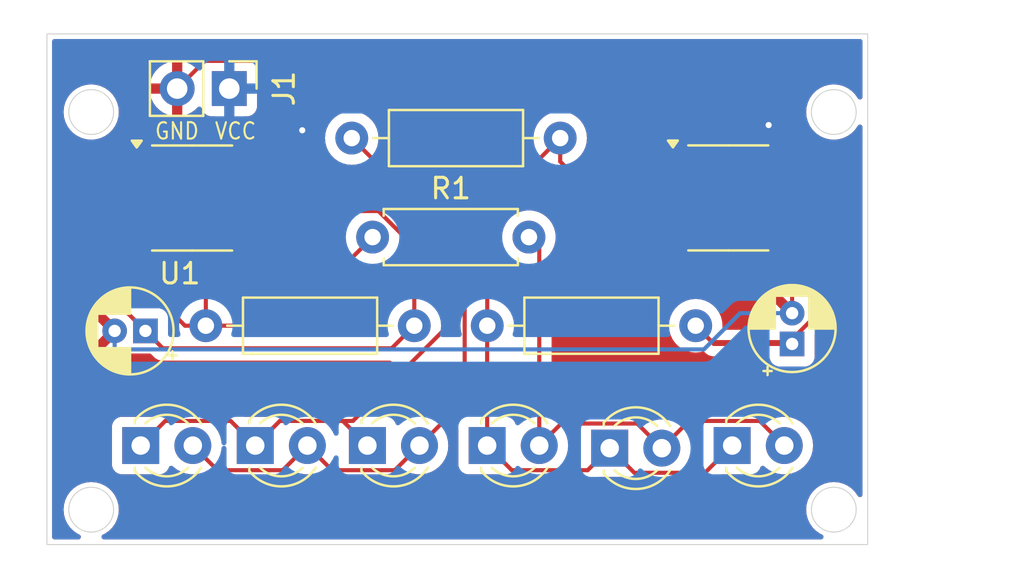
<source format=kicad_pcb>
(kicad_pcb (version 20240108) (generator "pcbnew") (generator_version "8.0")
  (layers (0 "F.Cu" signal) (31 "B.Cu" signal) (35 "F.Paste" user) (36 "B.SilkS" user "B.Silkscreen") (37 "F.SilkS" user "F.Silkscreen") (38 "B.Mask" user) (39 "F.Mask" user) (44 "Edge.Cuts" user))
  (net 0 "")
  (net 1 "+5V")
  (net 2 "/THR_1")
  (net 3 "GND")
  (net 5 "/Q_1")
  (net 7 "/Q_2")
  (net 9 "/THR_2")
  (net 10 "Net-(D1-A)")
  (net 11 "Net-(D4-A)")
  (footprint "Resistor_THT:R_Axial_DIN0207_L6.3mm_D2.5mm_P10.16mm_Horizontal" (layer "F.Cu") (at 138.938 69.723)
    (property "Reference" "R2" (hide yes))
    (property "Value" "1M")
    (fp_line (start 1.04 0) (end 1.81 0) (stroke (width 0.12)) (layer "F.SilkS"))
    (fp_line (start 1.81 -1.37) (end 1.81 1.37) (stroke (width 0.12)) (layer "F.SilkS"))
    (fp_line (start 1.81 1.37) (end 8.35 1.37) (stroke (width 0.12)) (layer "F.SilkS"))
    (fp_line (start 8.35 -1.37) (end 1.81 -1.37) (stroke (width 0.12)) (layer "F.SilkS"))
    (fp_line (start 8.35 1.37) (end 8.35 -1.37) (stroke (width 0.12)) (layer "F.SilkS"))
    (fp_line (start 9.12 0) (end 8.35 0) (stroke (width 0.12)) (layer "F.SilkS"))
    (pad "1" thru_hole circle (at 0 0) (size 1.6 1.6) (drill 0.8) (layers "*.Cu" "*.Mask") (net 5 "/Q_1"))
    (pad "2" thru_hole oval (at 10.16 0) (size 1.6 1.6) (drill 0.8) (layers "*.Cu" "*.Mask") (net 2 "/THR_1"))
  )
  (footprint "LED_THT:LED_D3.0mm" (layer "F.Cu") (at 141.346 75.565)
    (property "Reference" "D5" (hide yes))
    (property "Value" "LED")
    (fp_line (start -0.29 -1.236) (end -0.29 -1.08) (stroke (width 0.12)) (layer "F.SilkS"))
    (fp_line (start -0.29 1.08) (end -0.29 1.236) (stroke (width 0.12)) (layer "F.SilkS"))
    (fp_arc (start -0.29 -1.235516) (mid 1.366487 -1.987659) (end 2.942335 -1.078608) (stroke (width 0.12)) (layer "F.SilkS"))
    (fp_arc (start 0.229039 -1.08) (mid 1.270117 -1.5) (end 2.31113 -1.079837) (stroke (width 0.12)) (layer "F.SilkS"))
    (fp_arc (start 2.31113 1.079837) (mid 1.270117 1.5) (end 0.229039 1.08) (stroke (width 0.12)) (layer "F.SilkS"))
    (fp_arc (start 2.942335 1.078608) (mid 1.366487 1.987659) (end -0.29 1.235516) (stroke (width 0.12)) (layer "F.SilkS"))
    (pad "1" thru_hole rect (at 0 0) (size 1.8 1.8) (drill 0.9) (layers "*.Cu" "*.Mask") (net 5 "/Q_1"))
    (pad "2" thru_hole circle (at 2.54 0) (size 1.8 1.8) (drill 0.9) (layers "*.Cu" "*.Mask") (net 11 "Net-(D4-A)"))
  )
  (footprint "LED_THT:LED_D3.0mm" (layer "F.Cu") (at 152.649 75.565)
    (property "Reference" "D1" (hide yes))
    (property "Value" "LED")
    (fp_line (start -0.29 -1.236) (end -0.29 -1.08) (stroke (width 0.12)) (layer "F.SilkS"))
    (fp_line (start -0.29 1.08) (end -0.29 1.236) (stroke (width 0.12)) (layer "F.SilkS"))
    (fp_arc (start -0.29 -1.235516) (mid 1.366487 -1.987659) (end 2.942335 -1.078608) (stroke (width 0.12)) (layer "F.SilkS"))
    (fp_arc (start 0.229039 -1.08) (mid 1.270117 -1.5) (end 2.31113 -1.079837) (stroke (width 0.12)) (layer "F.SilkS"))
    (fp_arc (start 2.31113 1.079837) (mid 1.270117 1.5) (end 0.229039 1.08) (stroke (width 0.12)) (layer "F.SilkS"))
    (fp_arc (start 2.942335 1.078608) (mid 1.366487 1.987659) (end -0.29 1.235516) (stroke (width 0.12)) (layer "F.SilkS"))
    (pad "1" thru_hole rect (at 0 0) (size 1.8 1.8) (drill 0.9) (layers "*.Cu" "*.Mask") (net 7 "/Q_2"))
    (pad "2" thru_hole circle (at 2.54 0) (size 1.8 1.8) (drill 0.9) (layers "*.Cu" "*.Mask") (net 10 "Net-(D1-A)"))
  )
  (footprint "Package_SO:SOIC-8_3.9x4.9mm_P1.27mm" (layer "F.Cu") (at 138.27 63.5)
    (property "Reference" "U1" (at -0.602 3.683 0) (layer "F.SilkS"))
    (property "Value" "ICM7555xB")
    (fp_line (start 0 -2.56) (end -1.95 -2.56) (stroke (width 0.12)) (layer "F.SilkS"))
    (fp_line (start 0 -2.56) (end 1.95 -2.56) (stroke (width 0.12)) (layer "F.SilkS"))
    (fp_line (start 0 2.56) (end -1.95 2.56) (stroke (width 0.12)) (layer "F.SilkS"))
    (fp_line (start 0 2.56) (end 1.95 2.56) (stroke (width 0.12)) (layer "F.SilkS"))
    (fp_poly (pts (xy -2.7 -2.465) (xy -2.94 -2.795) (xy -2.46 -2.795) (xy -2.7 -2.465)) (stroke (width 0.12)) (fill solid) (layer "F.SilkS"))
    (pad "1" smd roundrect (at -2.475 -1.905) (size 1.95 0.6) (layers "F.Cu" "F.Paste" "F.Mask") (net 3 "GND"))
    (pad "2" smd roundrect (at -2.475 -0.635) (size 1.95 0.6) (layers "F.Cu" "F.Paste" "F.Mask") (net 2 "/THR_1"))
    (pad "3" smd roundrect (at -2.475 0.635) (size 1.95 0.6) (layers "F.Cu" "F.Paste" "F.Mask") (net 5 "/Q_1"))
    (pad "4" smd roundrect (at -2.475 1.905) (size 1.95 0.6) (layers "F.Cu" "F.Paste" "F.Mask") (net 1 "+5V"))
    (pad "5" smd roundrect (at 2.475 1.905) (size 1.95 0.6) (layers "F.Cu" "F.Paste" "F.Mask"))
    (pad "6" smd roundrect (at 2.475 0.635) (size 1.95 0.6) (layers "F.Cu" "F.Paste" "F.Mask") (net 2 "/THR_1"))
    (pad "7" smd roundrect (at 2.475 -0.635) (size 1.95 0.6) (layers "F.Cu" "F.Paste" "F.Mask"))
    (pad "8" smd roundrect (at 2.475 -1.905) (size 1.95 0.6) (layers "F.Cu" "F.Paste" "F.Mask") (net 1 "+5V"))
  )
  (footprint "Connector_PinHeader_2.54mm:PinHeader_1x02_P2.54mm_Vertical" (layer "F.Cu") (at 140.081 58.166 -90)
    (property "Reference" "J1" (at 0 -2.667 90) (layer "F.SilkS"))
    (property "Value" "Conn_01x02_Socket")
    (fp_line (start -1.33 3.87) (end 1.33 3.87) (stroke (width 0.12)) (layer "F.SilkS"))
    (fp_line (start -1.33 1.27) (end -1.33 3.87) (stroke (width 0.12)) (layer "F.SilkS"))
    (fp_line (start -1.33 1.27) (end 1.33 1.27) (stroke (width 0.12)) (layer "F.SilkS"))
    (fp_line (start 1.33 1.27) (end 1.33 3.87) (stroke (width 0.12)) (layer "F.SilkS"))
    (fp_line (start -1.33 0) (end -1.33 -1.33) (stroke (width 0.12)) (layer "F.SilkS"))
    (fp_line (start -1.33 -1.33) (end 0 -1.33) (stroke (width 0.12)) (layer "F.SilkS"))
    (pad "1" thru_hole rect (at 0 0 270) (size 1.7 1.7) (drill 1) (layers "*.Cu" "*.Mask") (net 1 "+5V"))
    (pad "2" thru_hole oval (at 0 2.54 270) (size 1.7 1.7) (drill 1) (layers "*.Cu" "*.Mask") (net 3 "GND"))
  )
  (footprint "LED_THT:LED_D3.0mm" (layer "F.Cu") (at 164.592 75.565)
    (property "Reference" "D3" (hide yes))
    (property "Value" "LED")
    (fp_line (start -0.29 -1.236) (end -0.29 -1.08) (stroke (width 0.12)) (layer "F.SilkS"))
    (fp_line (start -0.29 1.08) (end -0.29 1.236) (stroke (width 0.12)) (layer "F.SilkS"))
    (fp_arc (start -0.29 -1.235516) (mid 1.366487 -1.987659) (end 2.942335 -1.078608) (stroke (width 0.12)) (layer "F.SilkS"))
    (fp_arc (start 0.229039 -1.08) (mid 1.270117 -1.5) (end 2.31113 -1.079837) (stroke (width 0.12)) (layer "F.SilkS"))
    (fp_arc (start 2.31113 1.079837) (mid 1.270117 1.5) (end 0.229039 1.08) (stroke (width 0.12)) (layer "F.SilkS"))
    (fp_arc (start 2.942335 1.078608) (mid 1.366487 1.987659) (end -0.29 1.235516) (stroke (width 0.12)) (layer "F.SilkS"))
    (pad "1" thru_hole rect (at 0 0) (size 1.8 1.8) (drill 0.9) (layers "*.Cu" "*.Mask") (net 7 "/Q_2"))
    (pad "2" thru_hole circle (at 2.54 0) (size 1.8 1.8) (drill 0.9) (layers "*.Cu" "*.Mask") (net 10 "Net-(D1-A)"))
  )
  (footprint "Package_SO:SOIC-8_3.9x4.9mm_P1.27mm" (layer "F.Cu") (at 164.403 63.495)
    (property "Reference" "U2" (hide yes))
    (property "Value" "ICM7555xB")
    (fp_line (start 0 -2.56) (end -1.95 -2.56) (stroke (width 0.12)) (layer "F.SilkS"))
    (fp_line (start 0 -2.56) (end 1.95 -2.56) (stroke (width 0.12)) (layer "F.SilkS"))
    (fp_line (start 0 2.56) (end -1.95 2.56) (stroke (width 0.12)) (layer "F.SilkS"))
    (fp_line (start 0 2.56) (end 1.95 2.56) (stroke (width 0.12)) (layer "F.SilkS"))
    (fp_poly (pts (xy -2.7 -2.465) (xy -2.94 -2.795) (xy -2.46 -2.795) (xy -2.7 -2.465)) (stroke (width 0.12)) (fill solid) (layer "F.SilkS"))
    (pad "1" smd roundrect (at -2.475 -1.905) (size 1.95 0.6) (layers "F.Cu" "F.Paste" "F.Mask") (net 3 "GND"))
    (pad "2" smd roundrect (at -2.475 -0.635) (size 1.95 0.6) (layers "F.Cu" "F.Paste" "F.Mask") (net 9 "/THR_2"))
    (pad "3" smd roundrect (at -2.475 0.635) (size 1.95 0.6) (layers "F.Cu" "F.Paste" "F.Mask") (net 7 "/Q_2"))
    (pad "4" smd roundrect (at -2.475 1.905) (size 1.95 0.6) (layers "F.Cu" "F.Paste" "F.Mask") (net 1 "+5V"))
    (pad "5" smd roundrect (at 2.475 1.905) (size 1.95 0.6) (layers "F.Cu" "F.Paste" "F.Mask"))
    (pad "6" smd roundrect (at 2.475 0.635) (size 1.95 0.6) (layers "F.Cu" "F.Paste" "F.Mask") (net 9 "/THR_2"))
    (pad "7" smd roundrect (at 2.475 -0.635) (size 1.95 0.6) (layers "F.Cu" "F.Paste" "F.Mask"))
    (pad "8" smd roundrect (at 2.475 -1.905) (size 1.95 0.6) (layers "F.Cu" "F.Paste" "F.Mask") (net 1 "+5V"))
  )
  (footprint "Resistor_THT:R_Axial_DIN0207_L6.3mm_D2.5mm_P7.62mm_Horizontal" (layer "F.Cu") (at 147.066 65.405)
    (property "Reference" "R1" (at 3.81 -2.37 0) (layer "F.SilkS"))
    (property "Value" "68R")
    (fp_line (start 0.54 -1.37) (end 7.08 -1.37) (stroke (width 0.12)) (layer "F.SilkS"))
    (fp_line (start 0.54 -1.04) (end 0.54 -1.37) (stroke (width 0.12)) (layer "F.SilkS"))
    (fp_line (start 0.54 1.04) (end 0.54 1.37) (stroke (width 0.12)) (layer "F.SilkS"))
    (fp_line (start 0.54 1.37) (end 7.08 1.37) (stroke (width 0.12)) (layer "F.SilkS"))
    (fp_line (start 7.08 -1.37) (end 7.08 -1.04) (stroke (width 0.12)) (layer "F.SilkS"))
    (fp_line (start 7.08 1.37) (end 7.08 1.04) (stroke (width 0.12)) (layer "F.SilkS"))
    (pad "1" thru_hole circle (at 0 0) (size 1.6 1.6) (drill 0.8) (layers "*.Cu" "*.Mask") (net 5 "/Q_1"))
    (pad "2" thru_hole oval (at 7.62 0) (size 1.6 1.6) (drill 0.8) (layers "*.Cu" "*.Mask") (net 10 "Net-(D1-A)"))
  )
  (footprint "LED_THT:LED_D3.0mm" (layer "F.Cu") (at 135.763 75.565)
    (property "Reference" "D6" (hide yes))
    (property "Value" "LED")
    (fp_line (start -0.29 -1.236) (end -0.29 -1.08) (stroke (width 0.12)) (layer "F.SilkS"))
    (fp_line (start -0.29 1.08) (end -0.29 1.236) (stroke (width 0.12)) (layer "F.SilkS"))
    (fp_arc (start -0.29 -1.235516) (mid 1.366487 -1.987659) (end 2.942335 -1.078608) (stroke (width 0.12)) (layer "F.SilkS"))
    (fp_arc (start 0.229039 -1.08) (mid 1.270117 -1.5) (end 2.31113 -1.079837) (stroke (width 0.12)) (layer "F.SilkS"))
    (fp_arc (start 2.31113 1.079837) (mid 1.270117 1.5) (end 0.229039 1.08) (stroke (width 0.12)) (layer "F.SilkS"))
    (fp_arc (start 2.942335 1.078608) (mid 1.366487 1.987659) (end -0.29 1.235516) (stroke (width 0.12)) (layer "F.SilkS"))
    (pad "1" thru_hole rect (at 0 0) (size 1.8 1.8) (drill 0.9) (layers "*.Cu" "*.Mask") (net 5 "/Q_1"))
    (pad "2" thru_hole circle (at 2.54 0) (size 1.8 1.8) (drill 0.9) (layers "*.Cu" "*.Mask") (net 11 "Net-(D4-A)"))
  )
  (footprint "Capacitor_THT:CP_Radial_D4.0mm_P1.50mm" (layer "F.Cu") (at 167.513 70.612 90)
    (property "Reference" "C2" (hide yes))
    (property "Value" "1u")
    (fp_line (start 0.79 -2.08) (end 0.79 -0.84) (stroke (width 0.12)) (layer "F.SilkS"))
    (fp_line (start 0.75 -2.08) (end 0.75 -0.84) (stroke (width 0.12)) (layer "F.SilkS"))
    (fp_line (start 0.83 -2.079) (end 0.83 -0.84) (stroke (width 0.12)) (layer "F.SilkS"))
    (fp_line (start 0.87 -2.077) (end 0.87 -0.84) (stroke (width 0.12)) (layer "F.SilkS"))
    (fp_line (start 0.91 -2.074) (end 0.91 -0.84) (stroke (width 0.12)) (layer "F.SilkS"))
    (fp_line (start 0.95 -2.071) (end 0.95 -0.84) (stroke (width 0.12)) (layer "F.SilkS"))
    (fp_line (start 0.99 -2.067) (end 0.99 -0.84) (stroke (width 0.12)) (layer "F.SilkS"))
    (fp_line (start 1.03 -2.062) (end 1.03 -0.84) (stroke (width 0.12)) (layer "F.SilkS"))
    (fp_line (start 1.07 -2.056) (end 1.07 -0.84) (stroke (width 0.12)) (layer "F.SilkS"))
    (fp_line (start 1.11 -2.05) (end 1.11 -0.84) (stroke (width 0.12)) (layer "F.SilkS"))
    (fp_line (start 1.15 -2.042) (end 1.15 -0.84) (stroke (width 0.12)) (layer "F.SilkS"))
    (fp_line (start 1.19 -2.034) (end 1.19 -0.84) (stroke (width 0.12)) (layer "F.SilkS"))
    (fp_line (start 1.23 -2.025) (end 1.23 -0.84) (stroke (width 0.12)) (layer "F.SilkS"))
    (fp_line (start 1.27 -2.016) (end 1.27 -0.84) (stroke (width 0.12)) (layer "F.SilkS"))
    (fp_line (start 1.31 -2.005) (end 1.31 -0.84) (stroke (width 0.12)) (layer "F.SilkS"))
    (fp_line (start 1.35 -1.994) (end 1.35 -0.84) (stroke (width 0.12)) (layer "F.SilkS"))
    (fp_line (start 1.39 -1.982) (end 1.39 -0.84) (stroke (width 0.12)) (layer "F.SilkS"))
    (fp_line (start 1.43 -1.968) (end 1.43 -0.84) (stroke (width 0.12)) (layer "F.SilkS"))
    (fp_line (start 1.471 -1.954) (end 1.471 -0.84) (stroke (width 0.12)) (layer "F.SilkS"))
    (fp_line (start 1.511 -1.94) (end 1.511 -0.84) (stroke (width 0.12)) (layer "F.SilkS"))
    (fp_line (start 1.551 -1.924) (end 1.551 -0.84) (stroke (width 0.12)) (layer "F.SilkS"))
    (fp_line (start 1.591 -1.907) (end 1.591 -0.84) (stroke (width 0.12)) (layer "F.SilkS"))
    (fp_line (start 1.631 -1.889) (end 1.631 -0.84) (stroke (width 0.12)) (layer "F.SilkS"))
    (fp_line (start 1.671 -1.87) (end 1.671 -0.84) (stroke (width 0.12)) (layer "F.SilkS"))
    (fp_line (start 1.711 -1.851) (end 1.711 -0.84) (stroke (width 0.12)) (layer "F.SilkS"))
    (fp_line (start 1.751 -1.83) (end 1.751 -0.84) (stroke (width 0.12)) (layer "F.SilkS"))
    (fp_line (start 1.791 -1.808) (end 1.791 -0.84) (stroke (width 0.12)) (layer "F.SilkS"))
    (fp_line (start 1.831 -1.785) (end 1.831 -0.84) (stroke (width 0.12)) (layer "F.SilkS"))
    (fp_line (start 1.871 -1.76) (end 1.871 -0.84) (stroke (width 0.12)) (layer "F.SilkS"))
    (fp_line (start 1.911 -1.735) (end 1.911 -0.84) (stroke (width 0.12)) (layer "F.SilkS"))
    (fp_line (start 1.951 -1.708) (end 1.951 -0.84) (stroke (width 0.12)) (layer "F.SilkS"))
    (fp_line (start 1.991 -1.68) (end 1.991 -0.84) (stroke (width 0.12)) (layer "F.SilkS"))
    (fp_line (start 2.031 -1.65) (end 2.031 -0.84) (stroke (width 0.12)) (layer "F.SilkS"))
    (fp_line (start 2.071 -1.619) (end 2.071 -0.84) (stroke (width 0.12)) (layer "F.SilkS"))
    (fp_line (start 2.111 -1.587) (end 2.111 -0.84) (stroke (width 0.12)) (layer "F.SilkS"))
    (fp_line (start 2.151 -1.552) (end 2.151 -0.84) (stroke (width 0.12)) (layer "F.SilkS"))
    (fp_line (start 2.191 -1.516) (end 2.191 -0.84) (stroke (width 0.12)) (layer "F.SilkS"))
    (fp_line (start 2.231 -1.478) (end 2.231 -0.84) (stroke (width 0.12)) (layer "F.SilkS"))
    (fp_line (start 2.271 -1.438) (end 2.271 -0.84) (stroke (width 0.12)) (layer "F.SilkS"))
    (fp_line (start 2.311 -1.396) (end 2.311 -0.84) (stroke (width 0.12)) (layer "F.SilkS"))
    (fp_line (start -1.319801 -1.395) (end -1.319801 -0.995) (stroke (width 0.12)) (layer "F.SilkS"))
    (fp_line (start 2.351 -1.351) (end 2.351 1.351) (stroke (width 0.12)) (layer "F.SilkS"))
    (fp_line (start 2.391 -1.304) (end 2.391 1.304) (stroke (width 0.12)) (layer "F.SilkS"))
    (fp_line (start 2.431 -1.254) (end 2.431 1.254) (stroke (width 0.12)) (layer "F.SilkS"))
    (fp_line (start 2.471 -1.2) (end 2.471 1.2) (stroke (width 0.12)) (layer "F.SilkS"))
    (fp_line (start -1.519801 -1.195) (end -1.119801 -1.195) (stroke (width 0.12)) (layer "F.SilkS"))
    (fp_line (start 2.511 -1.142) (end 2.511 1.142) (stroke (width 0.12)) (layer "F.SilkS"))
    (fp_line (start 2.551 -1.08) (end 2.551 1.08) (stroke (width 0.12)) (layer "F.SilkS"))
    (fp_line (start 2.591 -1.013) (end 2.591 1.013) (stroke (width 0.12)) (layer "F.SilkS"))
    (fp_line (start 2.631 -0.94) (end 2.631 0.94) (stroke (width 0.12)) (layer "F.SilkS"))
    (fp_line (start 2.671 -0.859) (end 2.671 0.859) (stroke (width 0.12)) (layer "F.SilkS"))
    (fp_line (start 2.711 -0.768) (end 2.711 0.768) (stroke (width 0.12)) (layer "F.SilkS"))
    (fp_line (start 2.751 -0.664) (end 2.751 0.664) (stroke (width 0.12)) (layer "F.SilkS"))
    (fp_line (start 2.791 -0.537) (end 2.791 0.537) (stroke (width 0.12)) (layer "F.SilkS"))
    (fp_line (start 2.831 -0.37) (end 2.831 0.37) (stroke (width 0.12)) (layer "F.SilkS"))
    (fp_line (start 2.311 0.84) (end 2.311 1.396) (stroke (width 0.12)) (layer "F.SilkS"))
    (fp_line (start 2.271 0.84) (end 2.271 1.438) (stroke (width 0.12)) (layer "F.SilkS"))
    (fp_line (start 2.231 0.84) (end 2.231 1.478) (stroke (width 0.12)) (layer "F.SilkS"))
    (fp_line (start 2.191 0.84) (end 2.191 1.516) (stroke (width 0.12)) (layer "F.SilkS"))
    (fp_line (start 2.151 0.84) (end 2.151 1.552) (stroke (width 0.12)) (layer "F.SilkS"))
    (fp_line (start 2.111 0.84) (end 2.111 1.587) (stroke (width 0.12)) (layer "F.SilkS"))
    (fp_line (start 2.071 0.84) (end 2.071 1.619) (stroke (width 0.12)) (layer "F.SilkS"))
    (fp_line (start 2.031 0.84) (end 2.031 1.65) (stroke (width 0.12)) (layer "F.SilkS"))
    (fp_line (start 1.991 0.84) (end 1.991 1.68) (stroke (width 0.12)) (layer "F.SilkS"))
    (fp_line (start 1.951 0.84) (end 1.951 1.708) (stroke (width 0.12)) (layer "F.SilkS"))
    (fp_line (start 1.911 0.84) (end 1.911 1.735) (stroke (width 0.12)) (layer "F.SilkS"))
    (fp_line (start 1.871 0.84) (end 1.871 1.76) (stroke (width 0.12)) (layer "F.SilkS"))
    (fp_line (start 1.831 0.84) (end 1.831 1.785) (stroke (width 0.12)) (layer "F.SilkS"))
    (fp_line (start 1.791 0.84) (end 1.791 1.808) (stroke (width 0.12)) (layer "F.SilkS"))
    (fp_line (start 1.751 0.84) (end 1.751 1.83) (stroke (width 0.12)) (layer "F.SilkS"))
    (fp_line (start 1.711 0.84) (end 1.711 1.851) (stroke (width 0.12)) (layer "F.SilkS"))
    (fp_line (start 1.671 0.84) (end 1.671 1.87) (stroke (width 0.12)) (layer "F.SilkS"))
    (fp_line (start 1.631 0.84) (end 1.631 1.889) (stroke (width 0.12)) (layer "F.SilkS"))
    (fp_line (start 1.591 0.84) (end 1.591 1.907) (stroke (width 0.12)) (layer "F.SilkS"))
    (fp_line (start 1.551 0.84) (end 1.551 1.924) (stroke (width 0.12)) (layer "F.SilkS"))
    (fp_line (start 1.511 0.84) (end 1.511 1.94) (stroke (width 0.12)) (layer "F.SilkS"))
    (fp_line (start 1.471 0.84) (end 1.471 1.954) (stroke (width 0.12)) (layer "F.SilkS"))
    (fp_line (start 1.43 0.84) (end 1.43 1.968) (stroke (width 0.12)) (layer "F.SilkS"))
    (fp_line (start 1.39 0.84) (end 1.39 1.982) (stroke (width 0.12)) (layer "F.SilkS"))
    (fp_line (start 1.35 0.84) (end 1.35 1.994) (stroke (width 0.12)) (layer "F.SilkS"))
    (fp_line (start 1.31 0.84) (end 1.31 2.005) (stroke (width 0.12)) (layer "F.SilkS"))
    (fp_line (start 1.27 0.84) (end 1.27 2.016) (stroke (width 0.12)) (layer "F.SilkS"))
    (fp_line (start 1.23 0.84) (end 1.23 2.025) (stroke (width 0.12)) (layer "F.SilkS"))
    (fp_line (start 1.19 0.84) (end 1.19 2.034) (stroke (width 0.12)) (layer "F.SilkS"))
    (fp_line (start 1.15 0.84) (end 1.15 2.042) (stroke (width 0.12)) (layer "F.SilkS"))
    (fp_line (start 1.11 0.84) (end 1.11 2.05) (stroke (width 0.12)) (layer "F.SilkS"))
    (fp_line (start 1.07 0.84) (end 1.07 2.056) (stroke (width 0.12)) (layer "F.SilkS"))
    (fp_line (start 1.03 0.84) (end 1.03 2.062) (stroke (width 0.12)) (layer "F.SilkS"))
    (fp_line (start 0.99 0.84) (end 0.99 2.067) (stroke (width 0.12)) (layer "F.SilkS"))
    (fp_line (start 0.95 0.84) (end 0.95 2.071) (stroke (width 0.12)) (layer "F.SilkS"))
    (fp_line (start 0.91 0.84) (end 0.91 2.074) (stroke (width 0.12)) (layer "F.SilkS"))
    (fp_line (start 0.87 0.84) (end 0.87 2.077) (stroke (width 0.12)) (layer "F.SilkS"))
    (fp_line (start 0.83 0.84) (end 0.83 2.079) (stroke (width 0.12)) (layer "F.SilkS"))
    (fp_line (start 0.79 0.84) (end 0.79 2.08) (stroke (width 0.12)) (layer "F.SilkS"))
    (fp_line (start 0.75 0.84) (end 0.75 2.08) (stroke (width 0.12)) (layer "F.SilkS"))
    (fp_circle (center 0.75 0) (end 2.87 0) (stroke (width 0.12)) (fill none) (layer "F.SilkS"))
    (pad "1" thru_hole rect (at 0 0 90) (size 1.2 1.2) (drill 0.6) (layers "*.Cu" "*.Mask") (net 9 "/THR_2"))
    (pad "2" thru_hole circle (at 1.5 0 90) (size 1.2 1.2) (drill 0.6) (layers "*.Cu" "*.Mask") (net 3 "GND"))
  )
  (footprint "Resistor_THT:R_Axial_DIN0207_L6.3mm_D2.5mm_P10.16mm_Horizontal" (layer "F.Cu") (at 152.654 69.723)
    (property "Reference" "R4" (hide yes))
    (property "Value" "1M")
    (fp_line (start 1.04 0) (end 1.81 0) (stroke (width 0.12)) (layer "F.SilkS"))
    (fp_line (start 1.81 -1.37) (end 1.81 1.37) (stroke (width 0.12)) (layer "F.SilkS"))
    (fp_line (start 1.81 1.37) (end 8.35 1.37) (stroke (width 0.12)) (layer "F.SilkS"))
    (fp_line (start 8.35 -1.37) (end 1.81 -1.37) (stroke (width 0.12)) (layer "F.SilkS"))
    (fp_line (start 8.35 1.37) (end 8.35 -1.37) (stroke (width 0.12)) (layer "F.SilkS"))
    (fp_line (start 9.12 0) (end 8.35 0) (stroke (width 0.12)) (layer "F.SilkS"))
    (pad "1" thru_hole circle (at 0 0) (size 1.6 1.6) (drill 0.8) (layers "*.Cu" "*.Mask") (net 7 "/Q_2"))
    (pad "2" thru_hole oval (at 10.16 0) (size 1.6 1.6) (drill 0.8) (layers "*.Cu" "*.Mask") (net 9 "/THR_2"))
  )
  (footprint "LED_THT:LED_D3.0mm" (layer "F.Cu") (at 146.812 75.565)
    (property "Reference" "D4" (hide yes))
    (property "Value" "LED")
    (fp_line (start -0.29 -1.236) (end -0.29 -1.08) (stroke (width 0.12)) (layer "F.SilkS"))
    (fp_line (start -0.29 1.08) (end -0.29 1.236) (stroke (width 0.12)) (layer "F.SilkS"))
    (fp_arc (start -0.29 -1.235516) (mid 1.366487 -1.987659) (end 2.942335 -1.078608) (stroke (width 0.12)) (layer "F.SilkS"))
    (fp_arc (start 0.229039 -1.08) (mid 1.270117 -1.5) (end 2.31113 -1.079837) (stroke (width 0.12)) (layer "F.SilkS"))
    (fp_arc (start 2.31113 1.079837) (mid 1.270117 1.5) (end 0.229039 1.08) (stroke (width 0.12)) (layer "F.SilkS"))
    (fp_arc (start 2.942335 1.078608) (mid 1.366487 1.987659) (end -0.29 1.235516) (stroke (width 0.12)) (layer "F.SilkS"))
    (pad "1" thru_hole rect (at 0 0) (size 1.8 1.8) (drill 0.9) (layers "*.Cu" "*.Mask") (net 5 "/Q_1"))
    (pad "2" thru_hole circle (at 2.54 0) (size 1.8 1.8) (drill 0.9) (layers "*.Cu" "*.Mask") (net 11 "Net-(D4-A)"))
  )
  (footprint "Resistor_THT:R_Axial_DIN0207_L6.3mm_D2.5mm_P10.16mm_Horizontal" (layer "F.Cu") (at 146.05 60.579)
    (property "Reference" "R3" (hide yes))
    (property "Value" "68R")
    (fp_line (start 1.04 0) (end 1.81 0) (stroke (width 0.12)) (layer "F.SilkS"))
    (fp_line (start 1.81 -1.37) (end 1.81 1.37) (stroke (width 0.12)) (layer "F.SilkS"))
    (fp_line (start 1.81 1.37) (end 8.35 1.37) (stroke (width 0.12)) (layer "F.SilkS"))
    (fp_line (start 8.35 -1.37) (end 1.81 -1.37) (stroke (width 0.12)) (layer "F.SilkS"))
    (fp_line (start 8.35 1.37) (end 8.35 -1.37) (stroke (width 0.12)) (layer "F.SilkS"))
    (fp_line (start 9.12 0) (end 8.35 0) (stroke (width 0.12)) (layer "F.SilkS"))
    (pad "1" thru_hole circle (at 0 0) (size 1.6 1.6) (drill 0.8) (layers "*.Cu" "*.Mask") (net 11 "Net-(D4-A)"))
    (pad "2" thru_hole oval (at 10.16 0) (size 1.6 1.6) (drill 0.8) (layers "*.Cu" "*.Mask") (net 7 "/Q_2"))
  )
  (footprint "Capacitor_THT:CP_Radial_D4.0mm_P1.50mm" (layer "F.Cu") (at 135.993 69.977 180)
    (property "Reference" "C1" (hide yes))
    (property "Value" "1u")
    (fp_line (start 2.831 -0.37) (end 2.831 0.37) (stroke (width 0.12)) (layer "F.SilkS"))
    (fp_line (start 2.791 -0.537) (end 2.791 0.537) (stroke (width 0.12)) (layer "F.SilkS"))
    (fp_line (start 2.751 -0.664) (end 2.751 0.664) (stroke (width 0.12)) (layer "F.SilkS"))
    (fp_line (start 2.711 -0.768) (end 2.711 0.768) (stroke (width 0.12)) (layer "F.SilkS"))
    (fp_line (start 2.671 -0.859) (end 2.671 0.859) (stroke (width 0.12)) (layer "F.SilkS"))
    (fp_line (start 2.631 -0.94) (end 2.631 0.94) (stroke (width 0.12)) (layer "F.SilkS"))
    (fp_line (start 2.591 -1.013) (end 2.591 1.013) (stroke (width 0.12)) (layer "F.SilkS"))
    (fp_line (start 2.551 -1.08) (end 2.551 1.08) (stroke (width 0.12)) (layer "F.SilkS"))
    (fp_line (start 2.511 -1.142) (end 2.511 1.142) (stroke (width 0.12)) (layer "F.SilkS"))
    (fp_line (start 2.471 -1.2) (end 2.471 1.2) (stroke (width 0.12)) (layer "F.SilkS"))
    (fp_line (start 2.431 -1.254) (end 2.431 1.254) (stroke (width 0.12)) (layer "F.SilkS"))
    (fp_line (start 2.391 -1.304) (end 2.391 1.304) (stroke (width 0.12)) (layer "F.SilkS"))
    (fp_line (start 2.351 -1.351) (end 2.351 1.351) (stroke (width 0.12)) (layer "F.SilkS"))
    (fp_line (start 2.311 0.84) (end 2.311 1.396) (stroke (width 0.12)) (layer "F.SilkS"))
    (fp_line (start 2.311 -1.396) (end 2.311 -0.84) (stroke (width 0.12)) (layer "F.SilkS"))
    (fp_line (start 2.271 0.84) (end 2.271 1.438) (stroke (width 0.12)) (layer "F.SilkS"))
    (fp_line (start 2.271 -1.438) (end 2.271 -0.84) (stroke (width 0.12)) (layer "F.SilkS"))
    (fp_line (start 2.231 0.84) (end 2.231 1.478) (stroke (width 0.12)) (layer "F.SilkS"))
    (fp_line (start 2.231 -1.478) (end 2.231 -0.84) (stroke (width 0.12)) (layer "F.SilkS"))
    (fp_line (start 2.191 0.84) (end 2.191 1.516) (stroke (width 0.12)) (layer "F.SilkS"))
    (fp_line (start 2.191 -1.516) (end 2.191 -0.84) (stroke (width 0.12)) (layer "F.SilkS"))
    (fp_line (start 2.151 0.84) (end 2.151 1.552) (stroke (width 0.12)) (layer "F.SilkS"))
    (fp_line (start 2.151 -1.552) (end 2.151 -0.84) (stroke (width 0.12)) (layer "F.SilkS"))
    (fp_line (start 2.111 0.84) (end 2.111 1.587) (stroke (width 0.12)) (layer "F.SilkS"))
    (fp_line (start 2.111 -1.587) (end 2.111 -0.84) (stroke (width 0.12)) (layer "F.SilkS"))
    (fp_line (start 2.071 0.84) (end 2.071 1.619) (stroke (width 0.12)) (layer "F.SilkS"))
    (fp_line (start 2.071 -1.619) (end 2.071 -0.84) (stroke (width 0.12)) (layer "F.SilkS"))
    (fp_line (start 2.031 0.84) (end 2.031 1.65) (stroke (width 0.12)) (layer "F.SilkS"))
    (fp_line (start 2.031 -1.65) (end 2.031 -0.84) (stroke (width 0.12)) (layer "F.SilkS"))
    (fp_line (start 1.991 0.84) (end 1.991 1.68) (stroke (width 0.12)) (layer "F.SilkS"))
    (fp_line (start 1.991 -1.68) (end 1.991 -0.84) (stroke (width 0.12)) (layer "F.SilkS"))
    (fp_line (start 1.951 0.84) (end 1.951 1.708) (stroke (width 0.12)) (layer "F.SilkS"))
    (fp_line (start 1.951 -1.708) (end 1.951 -0.84) (stroke (width 0.12)) (layer "F.SilkS"))
    (fp_line (start 1.911 0.84) (end 1.911 1.735) (stroke (width 0.12)) (layer "F.SilkS"))
    (fp_line (start 1.911 -1.735) (end 1.911 -0.84) (stroke (width 0.12)) (layer "F.SilkS"))
    (fp_line (start 1.871 0.84) (end 1.871 1.76) (stroke (width 0.12)) (layer "F.SilkS"))
    (fp_line (start 1.871 -1.76) (end 1.871 -0.84) (stroke (width 0.12)) (layer "F.SilkS"))
    (fp_line (start 1.831 0.84) (end 1.831 1.785) (stroke (width 0.12)) (layer "F.SilkS"))
    (fp_line (start 1.831 -1.785) (end 1.831 -0.84) (stroke (width 0.12)) (layer "F.SilkS"))
    (fp_line (start 1.791 0.84) (end 1.791 1.808) (stroke (width 0.12)) (layer "F.SilkS"))
    (fp_line (start 1.791 -1.808) (end 1.791 -0.84) (stroke (width 0.12)) (layer "F.SilkS"))
    (fp_line (start 1.751 0.84) (end 1.751 1.83) (stroke (width 0.12)) (layer "F.SilkS"))
    (fp_line (start 1.751 -1.83) (end 1.751 -0.84) (stroke (width 0.12)) (layer "F.SilkS"))
    (fp_line (start 1.711 0.84) (end 1.711 1.851) (stroke (width 0.12)) (layer "F.SilkS"))
    (fp_line (start 1.711 -1.851) (end 1.711 -0.84) (stroke (width 0.12)) (layer "F.SilkS"))
    (fp_line (start 1.671 0.84) (end 1.671 1.87) (stroke (width 0.12)) (layer "F.SilkS"))
    (fp_line (start 1.671 -1.87) (end 1.671 -0.84) (stroke (width 0.12)) (layer "F.SilkS"))
    (fp_line (start 1.631 0.84) (end 1.631 1.889) (stroke (width 0.12)) (layer "F.SilkS"))
    (fp_line (start 1.631 -1.889) (end 1.631 -0.84) (stroke (width 0.12)) (layer "F.SilkS"))
    (fp_line (start 1.591 0.84) (end 1.591 1.907) (stroke (width 0.12)) (layer "F.SilkS"))
    (fp_line (start 1.591 -1.907) (end 1.591 -0.84) (stroke (width 0.12)) (layer "F.SilkS"))
    (fp_line (start 1.551 0.84) (end 1.551 1.924) (stroke (width 0.12)) (layer "F.SilkS"))
    (fp_line (start 1.551 -1.924) (end 1.551 -0.84) (stroke (width 0.12)) (layer "F.SilkS"))
    (fp_line (start 1.511 0.84) (end 1.511 1.94) (stroke (width 0.12)) (layer "F.SilkS"))
    (fp_line (start 1.511 -1.94) (end 1.511 -0.84) (stroke (width 0.12)) (layer "F.SilkS"))
    (fp_line (start 1.471 0.84) (end 1.471 1.954) (stroke (width 0.12)) (layer "F.SilkS"))
    (fp_line (start 1.471 -1.954) (end 1.471 -0.84) (stroke (width 0.12)) (layer "F.SilkS"))
    (fp_line (start 1.43 0.84) (end 1.43 1.968) (stroke (width 0.12)) (layer "F.SilkS"))
    (fp_line (start 1.43 -1.968) (end 1.43 -0.84) (stroke (width 0.12)) (layer "F.SilkS"))
    (fp_line (start 1.39 0.84) (end 1.39 1.982) (stroke (width 0.12)) (layer "F.SilkS"))
    (fp_line (start 1.39 -1.982) (end 1.39 -0.84) (stroke (width 0.12)) (layer "F.SilkS"))
    (fp_line (start 1.35 0.84) (end 1.35 1.994) (stroke (width 0.12)) (layer "F.SilkS"))
    (fp_line (start 1.35 -1.994) (end 1.35 -0.84) (stroke (width 0.12)) (layer "F.SilkS"))
    (fp_line (start 1.31 0.84) (end 1.31 2.005) (stroke (width 0.12)) (layer "F.SilkS"))
    (fp_line (start 1.31 -2.005) (end 1.31 -0.84) (stroke (width 0.12)) (layer "F.SilkS"))
    (fp_line (start 1.27 0.84) (end 1.27 2.016) (stroke (width 0.12)) (layer "F.SilkS"))
    (fp_line (start 1.27 -2.016) (end 1.27 -0.84) (stroke (width 0.12)) (layer "F.SilkS"))
    (fp_line (start 1.23 0.84) (end 1.23 2.025) (stroke (width 0.12)) (layer "F.SilkS"))
    (fp_line (start 1.23 -2.025) (end 1.23 -0.84) (stroke (width 0.12)) (layer "F.SilkS"))
    (fp_line (start 1.19 0.84) (end 1.19 2.034) (stroke (width 0.12)) (layer "F.SilkS"))
    (fp_line (start 1.19 -2.034) (end 1.19 -0.84) (stroke (width 0.12)) (layer "F.SilkS"))
    (fp_line (start 1.15 0.84) (end 1.15 2.042) (stroke (width 0.12)) (layer "F.SilkS"))
    (fp_line (start 1.15 -2.042) (end 1.15 -0.84) (stroke (width 0.12)) (layer "F.SilkS"))
    (fp_line (start 1.11 0.84) (end 1.11 2.05) (stroke (width 0.12)) (layer "F.SilkS"))
    (fp_line (start 1.11 -2.05) (end 1.11 -0.84) (stroke (width 0.12)) (layer "F.SilkS"))
    (fp_line (start 1.07 0.84) (end 1.07 2.056) (stroke (width 0.12)) (layer "F.SilkS"))
    (fp_line (start 1.07 -2.056) (end 1.07 -0.84) (stroke (width 0.12)) (layer "F.SilkS"))
    (fp_line (start 1.03 0.84) (end 1.03 2.062) (stroke (width 0.12)) (layer "F.SilkS"))
    (fp_line (start 1.03 -2.062) (end 1.03 -0.84) (stroke (width 0.12)) (layer "F.SilkS"))
    (fp_line (start 0.99 0.84) (end 0.99 2.067) (stroke (width 0.12)) (layer "F.SilkS"))
    (fp_line (start 0.99 -2.067) (end 0.99 -0.84) (stroke (width 0.12)) (layer "F.SilkS"))
    (fp_line (start 0.95 0.84) (end 0.95 2.071) (stroke (width 0.12)) (layer "F.SilkS"))
    (fp_line (start 0.95 -2.071) (end 0.95 -0.84) (stroke (width 0.12)) (layer "F.SilkS"))
    (fp_line (start 0.91 0.84) (end 0.91 2.074) (stroke (width 0.12)) (layer "F.SilkS"))
    (fp_line (start 0.91 -2.074) (end 0.91 -0.84) (stroke (width 0.12)) (layer "F.SilkS"))
    (fp_line (start 0.87 0.84) (end 0.87 2.077) (stroke (width 0.12)) (layer "F.SilkS"))
    (fp_line (start 0.87 -2.077) (end 0.87 -0.84) (stroke (width 0.12)) (layer "F.SilkS"))
    (fp_line (start 0.83 0.84) (end 0.83 2.079) (stroke (width 0.12)) (layer "F.SilkS"))
    (fp_line (start 0.83 -2.079) (end 0.83 -0.84) (stroke (width 0.12)) (layer "F.SilkS"))
    (fp_line (start 0.79 0.84) (end 0.79 2.08) (stroke (width 0.12)) (layer "F.SilkS"))
    (fp_line (start 0.79 -2.08) (end 0.79 -0.84) (stroke (width 0.12)) (layer "F.SilkS"))
    (fp_line (start 0.75 0.84) (end 0.75 2.08) (stroke (width 0.12)) (layer "F.SilkS"))
    (fp_line (start 0.75 -2.08) (end 0.75 -0.84) (stroke (width 0.12)) (layer "F.SilkS"))
    (fp_line (start -1.319801 -1.395) (end -1.319801 -0.995) (stroke (width 0.12)) (layer "F.SilkS"))
    (fp_line (start -1.519801 -1.195) (end -1.119801 -1.195) (stroke (width 0.12)) (layer "F.SilkS"))
    (fp_circle (center 0.75 0) (end 2.87 0) (stroke (width 0.12)) (fill none) (layer "F.SilkS"))
    (pad "1" thru_hole rect (at 0 0 180) (size 1.2 1.2) (drill 0.6) (layers "*.Cu" "*.Mask") (net 2 "/THR_1"))
    (pad "2" thru_hole circle (at 1.5 0 180) (size 1.2 1.2) (drill 0.6) (layers "*.Cu" "*.Mask") (net 3 "GND"))
  )
  (footprint "LED_THT:LED_D3.0mm" (layer "F.Cu") (at 158.623 75.692)
    (property "Reference" "D2" (hide yes))
    (property "Value" "LED")
    (fp_line (start -0.29 -1.236) (end -0.29 -1.08) (stroke (width 0.12)) (layer "F.SilkS"))
    (fp_line (start -0.29 1.08) (end -0.29 1.236) (stroke (width 0.12)) (layer "F.SilkS"))
    (fp_arc (start -0.29 -1.235516) (mid 1.366487 -1.987659) (end 2.942335 -1.078608) (stroke (width 0.12)) (layer "F.SilkS"))
    (fp_arc (start 0.229039 -1.08) (mid 1.270117 -1.5) (end 2.31113 -1.079837) (stroke (width 0.12)) (layer "F.SilkS"))
    (fp_arc (start 2.31113 1.079837) (mid 1.270117 1.5) (end 0.229039 1.08) (stroke (width 0.12)) (layer "F.SilkS"))
    (fp_arc (start 2.942335 1.078608) (mid 1.366487 1.987659) (end -0.29 1.235516) (stroke (width 0.12)) (layer "F.SilkS"))
    (pad "1" thru_hole rect (at 0 0) (size 1.8 1.8) (drill 0.9) (layers "*.Cu" "*.Mask") (net 7 "/Q_2"))
    (pad "2" thru_hole circle (at 2.54 0) (size 1.8 1.8) (drill 0.9) (layers "*.Cu" "*.Mask") (net 10 "Net-(D1-A)"))
  )
  (gr_circle (center 169.545 59.309) (end 168.91 58.42) (stroke (width 0.05)) (fill none) (layer "Edge.Cuts"))
  (gr_rect (start 131.191 55.499) (end 171.196 80.391) (stroke (width 0.05)) (fill none) (layer "Edge.Cuts"))
  (gr_circle (center 133.35 78.689495) (end 132.715 77.800495) (stroke (width 0.05)) (fill none) (layer "Edge.Cuts"))
  (gr_circle (center 169.545 78.689495) (end 168.91 77.800495) (stroke (width 0.05)) (fill none) (layer "Edge.Cuts"))
  (gr_circle (center 133.35 59.309) (end 132.715 58.42) (stroke (width 0.05)) (fill none) (layer "Edge.Cuts"))
  (gr_text "GND\n" (at 136.398 60.706 0) (layer "F.SilkS") (effects (font (size 0.8 0.7) (thickness 0.1) (bold yes)) (justify left bottom)))
  (gr_text "VCC" (at 139.319 60.706 0) (layer "F.SilkS") (effects (font (size 0.8 0.7) (thickness 0.1) (bold yes)) (justify left bottom)))
  (segment (start 160.053 61.562) (end 160.053 64.676) (width 0.2) (layer "F.Cu") (net 1))
  (segment (start 135.795 65.405) (end 136.769999 65.405) (width 0.2) (layer "F.Cu") (net 1))
  (segment (start 140.081 60.931) (end 140.745 61.595) (width 0.2) (layer "F.Cu") (net 1))
  (segment (start 135.57 65.405) (end 136.375 65.405) (width 0.2) (layer "F.Cu") (net 1))
  (segment (start 166.878 61.468) (end 166.2 60.79) (width 0.2) (layer "F.Cu") (net 1))
  (segment (start 139.27 62.095001) (end 139.770001 61.595) (width 0.2) (layer "F.Cu") (net 1))
  (segment (start 142.24 61.595) (end 140.185 61.595) (width 0.2) (layer "F.Cu") (net 1))
  (segment (start 166.37 59.944) (end 166.37 61.082) (width 0.2) (layer "F.Cu") (net 1))
  (segment (start 139.770001 61.595) (end 140.745 61.595) (width 0.2) (layer "F.Cu") (net 1))
  (segment (start 160.825 60.79) (end 160.053 61.562) (width 0.2) (layer "F.Cu") (net 1))
  (segment (start 166.878 61.59) (end 166.878 61.468) (width 0.2) (layer "F.Cu") (net 1))
  (segment (start 140.081 58.166) (end 140.081 60.931) (width 0.2) (layer "F.Cu") (net 1))
  (segment (start 143.637 60.198) (end 142.24 61.595) (width 0.2) (layer "F.Cu") (net 1))
  (segment (start 136.769999 65.405) (end 139.27 62.904999) (width 0.2) (layer "F.Cu") (net 1))
  (segment (start 160.777 65.4) (end 161.928 65.4) (width 0.2) (layer "F.Cu") (net 1))
  (segment (start 166.37 61.082) (end 166.878 61.59) (width 0.2) (layer "F.Cu") (net 1))
  (segment (start 139.27 62.904999) (end 139.27 62.095001) (width 0.2) (layer "F.Cu") (net 1))
  (segment (start 160.053 64.676) (end 160.777 65.4) (width 0.2) (layer "F.Cu") (net 1))
  (segment (start 166.2 60.79) (end 160.825 60.79) (width 0.2) (layer "F.Cu") (net 1))
  (via (at 143.637 60.198) (size 0.6) (drill 0.3) (layers "F.Cu" "B.Cu") (net 1))
  (via (at 166.37 59.944) (size 0.6) (drill 0.3) (layers "F.Cu" "B.Cu") (net 1))
  (segment (start 165.705 59.279) (end 166.37 59.944) (width 0.2) (layer "B.Cu") (net 1))
  (segment (start 143.637 60.198) (end 144.556 59.279) (width 0.2) (layer "B.Cu") (net 1))
  (segment (start 144.556 59.279) (end 165.705 59.279) (width 0.2) (layer "B.Cu") (net 1))
  (segment (start 136.839 70.823) (end 147.998 70.823) (width 0.2) (layer "F.Cu") (net 2))
  (segment (start 149.098 65.881365) (end 147.351635 64.135) (width 0.2) (layer "F.Cu") (net 2))
  (segment (start 147.351635 64.135) (end 140.745 64.135) (width 0.2) (layer "F.Cu") (net 2))
  (segment (start 147.998 70.823) (end 149.098 69.723) (width 0.2) (layer "F.Cu") (net 2))
  (segment (start 135.299314 62.865) (end 133.895 64.269314) (width 0.2) (layer "F.Cu") (net 2))
  (segment (start 135.57 62.865) (end 135.299314 62.865) (width 0.2) (layer "F.Cu") (net 2))
  (segment (start 133.895 67.879) (end 135.993 69.977) (width 0.2) (layer "F.Cu") (net 2))
  (segment (start 135.993 69.977) (end 136.839 70.823) (width 0.2) (layer "F.Cu") (net 2))
  (segment (start 133.895 64.269314) (end 133.895 67.879) (width 0.2) (layer "F.Cu") (net 2))
  (segment (start 149.098 69.723) (end 149.098 65.881365) (width 0.2) (layer "F.Cu") (net 2))
  (segment (start 167.513 69.112) (end 167.513 68.029448) (width 0.2) (layer "F.Cu") (net 3))
  (segment (start 160.653 63.200552) (end 160.653 62.519448) (width 0.2) (layer "F.Cu") (net 3))
  (segment (start 132.969 62.992) (end 134.366 61.595) (width 0.2) (layer "F.Cu") (net 3))
  (segment (start 165.862448 63.46) (end 163.992448 61.59) (width 0.2) (layer "F.Cu") (net 3))
  (segment (start 167.513 68.029448) (end 162.943552 63.46) (width 0.2) (layer "F.Cu") (net 3))
  (segment (start 137.541 59.849) (end 135.795 61.595) (width 0.2) (layer "F.Cu") (net 3))
  (segment (start 168.353 63.000552) (end 167.893552 63.46) (width 0.2) (layer "F.Cu") (net 3))
  (segment (start 160.653 62.519448) (end 161.582448 61.59) (width 0.2) (layer "F.Cu") (net 3))
  (segment (start 168.353 60.53) (end 168.353 63.000552) (width 0.2) (layer "F.Cu") (net 3))
  (segment (start 137.541 58.166) (end 137.541 59.849) (width 0.2) (layer "F.Cu") (net 3))
  (segment (start 160.912448 63.46) (end 160.653 63.200552) (width 0.2) (layer "F.Cu") (net 3))
  (segment (start 164.639 56.816) (end 168.353 60.53) (width 0.2) (layer "F.Cu") (net 3))
  (segment (start 138.891 56.816) (end 164.639 56.816) (width 0.2) (layer "F.Cu") (net 3))
  (segment (start 137.541 58.166) (end 138.891 56.816) (width 0.2) (layer "F.Cu") (net 3))
  (segment (start 167.893552 63.46) (end 165.862448 63.46) (width 0.2) (layer "F.Cu") (net 3))
  (segment (start 134.366 61.595) (end 135.795 61.595) (width 0.2) (layer "F.Cu") (net 3))
  (segment (start 163.992448 61.59) (end 161.928 61.59) (width 0.2) (layer "F.Cu") (net 3))
  (segment (start 162.943552 63.46) (end 160.912448 63.46) (width 0.2) (layer "F.Cu") (net 3))
  (segment (start 134.493 69.977) (end 132.969 68.453) (width 0.2) (layer "F.Cu") (net 3))
  (segment (start 132.969 68.453) (end 132.969 62.992) (width 0.2) (layer "F.Cu") (net 3))
  (segment (start 161.582448 61.59) (end 161.928 61.59) (width 0.2) (layer "F.Cu") (net 3))
  (segment (start 134.493 70.825528) (end 134.493 69.977) (width 0.2) (layer "B.Cu") (net 3))
  (segment (start 163.215635 70.877) (end 134.544472 70.877) (width 0.2) (layer "B.Cu") (net 3))
  (segment (start 164.980635 69.112) (end 163.215635 70.877) (width 0.2) (layer "B.Cu") (net 3))
  (segment (start 134.544472 70.877) (end 134.493 70.825528) (width 0.2) (layer "B.Cu") (net 3))
  (segment (start 167.513 69.112) (end 164.980635 69.112) (width 0.2) (layer "B.Cu") (net 3))
  (segment (start 147.32 63.5) (end 139.7 63.5) (width 0.2) (layer "F.Cu") (net 5))
  (segment (start 134.295 64.435) (end 134.295 66.096) (width 0.2) (layer "F.Cu") (net 5))
  (segment (start 135.57 64.135) (end 134.595 64.135) (width 0.2) (layer "F.Cu") (net 5))
  (segment (start 145.612 74.365) (end 146.812 75.565) (width 0.2) (layer "F.Cu") (net 5))
  (segment (start 142.546 74.365) (end 146.107 74.365) (width 0.2) (layer "F.Cu") (net 5))
  (segment (start 146.107 74.365) (end 151.154 69.318) (width 0.2) (layer "F.Cu") (net 5))
  (segment (start 140.146 74.365) (end 141.346 75.565) (width 0.2) (layer "F.Cu") (net 5))
  (segment (start 141.346 75.565) (end 142.546 74.365) (width 0.2) (layer "F.Cu") (net 5))
  (segment (start 138.938 69.723) (end 142.748 69.723) (width 0.2) (layer "F.Cu") (net 5))
  (segment (start 137.922 69.723) (end 138.938 69.723) (width 0.2) (layer "F.Cu") (net 5))
  (segment (start 151.154 69.318) (end 151.154 67.334) (width 0.2) (layer "F.Cu") (net 5))
  (segment (start 138.938 64.262) (end 138.938 69.723) (width 0.2) (layer "F.Cu") (net 5))
  (segment (start 142.546 74.365) (end 145.612 74.365) (width 0.2) (layer "F.Cu") (net 5))
  (segment (start 134.295 66.096) (end 137.922 69.723) (width 0.2) (layer "F.Cu") (net 5))
  (segment (start 134.595 64.135) (end 134.295 64.435) (width 0.2) (layer "F.Cu") (net 5))
  (segment (start 151.154 67.334) (end 147.32 63.5) (width 0.2) (layer "F.Cu") (net 5))
  (segment (start 142.748 69.723) (end 147.066 65.405) (width 0.2) (layer "F.Cu") (net 5))
  (segment (start 136.963 74.365) (end 140.146 74.365) (width 0.2) (layer "F.Cu") (net 5))
  (segment (start 135.763 75.565) (end 136.963 74.365) (width 0.2) (layer "F.Cu") (net 5))
  (segment (start 139.7 63.5) (end 138.938 64.262) (width 0.2) (layer "F.Cu") (net 5))
  (segment (start 156.21 61.722) (end 156.21 60.579) (width 0.2) (layer "F.Cu") (net 7))
  (segment (start 156.21 60.579) (end 152.654 64.135) (width 0.2) (layer "F.Cu") (net 7))
  (segment (start 158.623 75.692) (end 157.55 76.765) (width 0.2) (layer "F.Cu") (net 7))
  (segment (start 152.649 75.565) (end 152.649 69.728) (width 0.2) (layer "F.Cu") (net 7))
  (segment (start 157.55 76.765) (end 153.849 76.765) (width 0.2) (layer "F.Cu") (net 7))
  (segment (start 159.823 76.892) (end 158.623 75.692) (width 0.2) (layer "F.Cu") (net 7))
  (segment (start 164.592 75.565) (end 163.265 76.892) (width 0.2) (layer "F.Cu") (net 7))
  (segment (start 163.162 66.2) (end 160.688 66.2) (width 0.2) (layer "F.Cu") (net 7))
  (segment (start 163.403 64.630001) (end 163.403 65.959) (width 0.2) (layer "F.Cu") (net 7))
  (segment (start 163.265 76.892) (end 159.823 76.892) (width 0.2) (layer "F.Cu") (net 7))
  (segment (start 152.654 64.135) (end 152.654 69.723) (width 0.2) (layer "F.Cu") (net 7))
  (segment (start 163.403 65.959) (end 163.162 66.2) (width 0.2) (layer "F.Cu") (net 7))
  (segment (start 152.649 69.728) (end 152.654 69.723) (width 0.2) (layer "F.Cu") (net 7))
  (segment (start 160.688 66.2) (end 156.21 61.722) (width 0.2) (layer "F.Cu") (net 7))
  (segment (start 161.928 64.13) (end 162.902999 64.13) (width 0.2) (layer "F.Cu") (net 7))
  (segment (start 153.849 76.765) (end 152.649 75.565) (width 0.2) (layer "F.Cu") (net 7))
  (segment (start 162.902999 64.13) (end 163.403 64.630001) (width 0.2) (layer "F.Cu") (net 7))
  (segment (start 166.878 64.13) (end 165.903001 64.13) (width 0.2) (layer "F.Cu") (net 9))
  (segment (start 167.513 70.612) (end 163.703 70.612) (width 0.2) (layer "F.Cu") (net 9))
  (segment (start 167.374794 70.522999) (end 168.413 69.484793) (width 0.2) (layer "F.Cu") (net 9))
  (segment (start 167.223552 64.13) (end 166.878 64.13) (width 0.2) (layer "F.Cu") (net 9))
  (segment (start 162.814 69.723) (end 163.613999 70.522999) (width 0.2) (layer "F.Cu") (net 9))
  (segment (start 168.413 69.484793) (end 168.413 65.319448) (width 0.2) (layer "F.Cu") (net 9))
  (segment (start 168.413 65.319448) (end 167.223552 64.13) (width 0.2) (layer "F.Cu") (net 9))
  (segment (start 164.633001 62.86) (end 161.928 62.86) (width 0.2) (layer "F.Cu") (net 9))
  (segment (start 163.703 70.612) (end 162.814 69.723) (width 0.2) (layer "F.Cu") (net 9))
  (segment (start 163.613999 70.522999) (end 167.374794 70.522999) (width 0.2) (layer "F.Cu") (net 9))
  (segment (start 165.903001 64.13) (end 164.633001 62.86) (width 0.2) (layer "F.Cu") (net 9))
  (segment (start 159.963 74.492) (end 156.262 74.492) (width 0.2) (layer "F.Cu") (net 10))
  (segment (start 161.163 75.692) (end 159.963 74.492) (width 0.2) (layer "F.Cu") (net 10))
  (segment (start 162.49 74.365) (end 161.163 75.692) (width 0.2) (layer "F.Cu") (net 10))
  (segment (start 167.132 75.565) (end 165.932 74.365) (width 0.2) (layer "F.Cu") (net 10))
  (segment (start 155.189 75.565) (end 155.189 65.908) (width 0.2) (layer "F.Cu") (net 10))
  (segment (start 156.262 74.492) (end 155.189 75.565) (width 0.2) (layer "F.Cu") (net 10))
  (segment (start 165.932 74.365) (end 162.49 74.365) (width 0.2) (layer "F.Cu") (net 10))
  (segment (start 155.189 65.908) (end 154.686 65.405) (width 0.2) (layer "F.Cu") (net 10))
  (segment (start 139.503 76.765) (end 138.303 75.565) (width 0.2) (layer "F.Cu") (net 11))
  (segment (start 149.352 75.565) (end 151.554 73.363) (width 0.2) (layer "F.Cu") (net 11))
  (segment (start 145.086 76.765) (end 143.886 75.565) (width 0.2) (layer "F.Cu") (net 11))
  (segment (start 148.152 76.765) (end 145.086 76.765) (width 0.2) (layer "F.Cu") (net 11))
  (segment (start 151.554 66.083) (end 146.05 60.579) (width 0.2) (layer "F.Cu") (net 11))
  (segment (start 151.554 73.363) (end 151.554 66.083) (width 0.2) (layer "F.Cu") (net 11))
  (segment (start 143.886 75.565) (end 142.686 76.765) (width 0.2) (layer "F.Cu") (net 11))
  (segment (start 142.686 76.765) (end 139.503 76.765) (width 0.2) (layer "F.Cu") (net 11))
  (segment (start 149.352 75.565) (end 148.152 76.765) (width 0.2) (layer "F.Cu") (net 11))
  (zone (net 3) (net_name "GND") (layer "F.Cu") (connect_pads (clearance 0.5)) (min_thickness 0.25) (fill yes (thermal_gap 0.5) (thermal_bridge_width 0.5))
    (polygon (pts (xy 129.794 53.975) (xy 129.921 80.772) (xy 177.038 80.518) (xy 176.911 53.848)))
  )
  (zone (net 1) (net_name "+5V") (layer "B.Cu") (priority 1) (connect_pads (clearance 0.5)) (min_thickness 0.25) (fill yes (thermal_gap 0.5) (thermal_bridge_width 0.5))
    (polygon (pts (xy 128.905 54.356) (xy 128.905 81.915) (xy 178.816 81.153) (xy 178.181 54.356)))
  )
)
</source>
